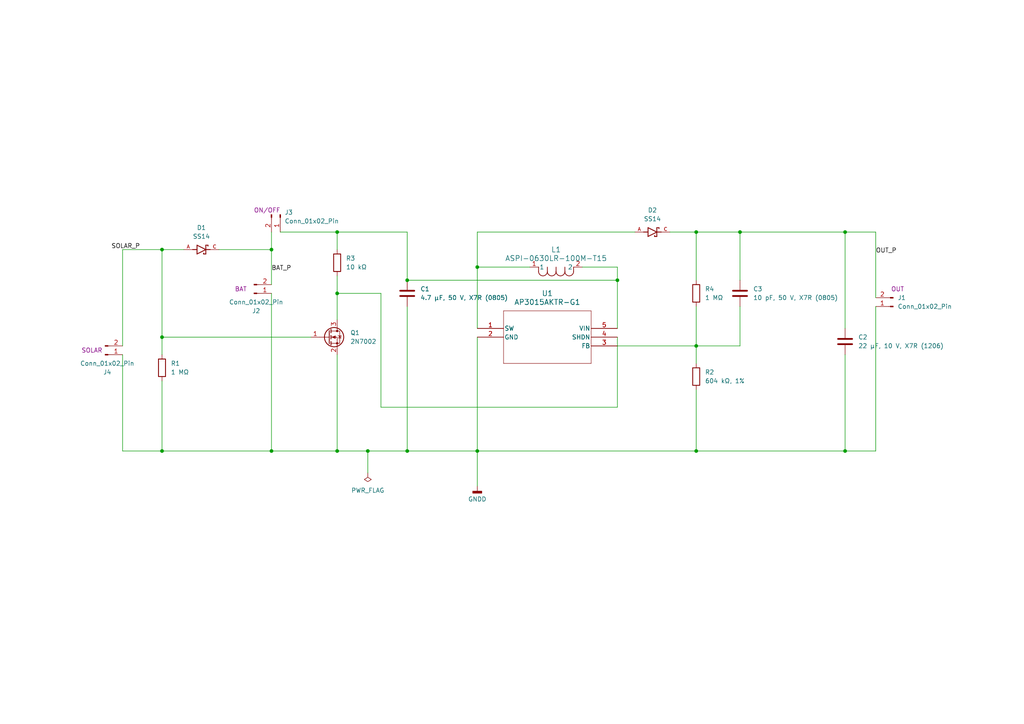
<source format=kicad_sch>
(kicad_sch (version 20250114) (generator "eeschema") (generator_version "9.0")
  (paper "A4")
  (title_block (title "Tiny Solar Supply") (date "2025-06-13") (rev "1"))
  (lib_symbols
    (symbol "AP3015AKTR-G1:AP3015AKTR-G1" (pin_names (offset 0.254))
      (property "Reference" "U1" (at 20.32 10.16 0))
      (property "Value" "AP3015AKTR-G1" (at 20.32 7.62 0))
      (symbol "AP3015AKTR-G1_0_1"
        (polyline (pts (xy 7.62 5.08) (xy 7.62 -10.16)) (stroke (width 0.127)))
        (polyline (pts (xy 7.62 -10.16) (xy 33.02 -10.16)) (stroke (width 0.127)))
        (polyline (pts (xy 33.02 5.08) (xy 7.62 5.08)) (stroke (width 0.127)))
        (polyline (pts (xy 33.02 -10.16) (xy 33.02 5.08)) (stroke (width 0.127)))
        (pin unspecified line (at 0 0 0) (length 7.62) (name "SW") (number "1"))
        (pin unspecified line (at 40.64 0 180) (length 7.62) (name "VIN") (number "5"))
        (pin unspecified line (at 40.64 -2.54 180) (length 7.62) (name "SHDN") (number "4"))
        (pin unspecified line (at 40.64 -5.08 180) (length 7.62) (name "FB") (number "3"))
      )
      (symbol "AP3015AKTR-G1_1_1"
        (pin power_in line (at 0 -2.54 0) (length 7.62) (name "GND") (number "2"))
      )
    )
    (symbol "Connector:Conn_01x02_Pin" (pin_names (offset 1.016) (hide yes))
      (property "Reference" "J" (at 0 2.54 0))
      (property "Value" "Conn_01x02_Pin" (at 0 -5.08 0))
      (symbol "Conn_01x02_Pin_1_1"
        (rectangle (start 0.8636 0.127) (end 0 -0.127) (stroke (width 0.1524)) (fill (type outline)))
        (rectangle (start 0.8636 -2.413) (end 0 -2.667) (stroke (width 0.1524)) (fill (type outline)))
        (polyline (pts (xy 1.27 0) (xy 0.8636 0)) (stroke (width 0.1524)))
        (polyline (pts (xy 1.27 -2.54) (xy 0.8636 -2.54)) (stroke (width 0.1524)))
        (pin passive line (at 5.08 0 180) (length 3.81) (name "Pin_1") (number "1"))
        (pin passive line (at 5.08 -2.54 180) (length 3.81) (name "Pin_2") (number "2"))
      )
    )
    (symbol "Device:C" (pin_numbers (hide yes)) (pin_names (offset 0.254))
      (property "Reference" "C" (at 0.635 2.54 0))
      (property "Value" "C" (at 0.635 -2.54 0))
      (symbol "C_0_1"
        (polyline (pts (xy -2.032 0.762) (xy 2.032 0.762)) (stroke (width 0.508)))
        (polyline (pts (xy -2.032 -0.762) (xy 2.032 -0.762)) (stroke (width 0.508)))
      )
      (symbol "C_1_1"
        (pin passive line (at 0 3.81 270) (length 2.794) (name "~") (number "1"))
        (pin passive line (at 0 -3.81 90) (length 2.794) (name "~") (number "2"))
      )
    )
    (symbol "Device:R" (pin_numbers (hide yes)) (pin_names (offset 0))
      (property "Reference" "R" (at 2.032 0 90))
      (property "Value" "R" (at 0 0 90))
      (symbol "R_0_1"
        (rectangle (start -1.016 -2.54) (end 1.016 2.54) (stroke (width 0.254)))
      )
      (symbol "R_1_1"
        (pin passive line (at 0 3.81 270) (length 1.27) (name "~") (number "1"))
        (pin passive line (at 0 -3.81 90) (length 1.27) (name "~") (number "2"))
      )
    )
    (symbol "SS14:SS14" (pin_names (offset 1.016))
      (property "Reference" "D" (at -5.08 2.54 0))
      (property "Value" "SS14" (at -5.08 -3.81 0))
      (symbol "SS14_0_0"
        (polyline (pts (xy -2.54 0) (xy -1.27 0)) (stroke (width 0.254)))
        (polyline (pts (xy -1.27 1.27) (xy -1.27 0)) (stroke (width 0.254)))
        (polyline (pts (xy -1.27 0) (xy -1.27 -1.27)) (stroke (width 0.254)))
        (polyline (pts (xy -1.27 -1.27) (xy 1.27 0)) (stroke (width 0.254)))
        (polyline (pts (xy 0.635 -1.016) (xy 0.635 -1.27)) (stroke (width 0.254)))
        (polyline (pts (xy 1.27 1.27) (xy 1.27 0)) (stroke (width 0.254)))
        (polyline (pts (xy 1.27 0) (xy -1.27 1.27)) (stroke (width 0.254)))
        (polyline (pts (xy 1.27 0) (xy 1.27 -1.27)) (stroke (width 0.254)))
        (polyline (pts (xy 1.27 -1.27) (xy 0.635 -1.27)) (stroke (width 0.254)))
        (polyline (pts (xy 1.905 1.27) (xy 1.27 1.27)) (stroke (width 0.254)))
        (polyline (pts (xy 1.905 1.27) (xy 1.905 1.016)) (stroke (width 0.254)))
        (polyline (pts (xy 2.54 0) (xy 1.27 0)) (stroke (width 0.254)))
        (pin passive line (at -5.08 0 0) (length 2.54) (name "~") (number "A"))
        (pin passive line (at 5.08 0 180) (length 2.54) (name "~") (number "C"))
      )
    )
    (symbol "Schottky IND_ASPI-0630LR-100M:ASPI-0630LR-100M-T15" (pin_names (offset 0.254))
      (property "Reference" "L1" (at 7.62 -5.08 0))
      (property "Value" "ASPI-0630LR-100M-T15" (at 7.62 -2.54 0))
      (symbol "ASPI-0630LR-100M-T15_1_1"
        (polyline (pts (xy 2.54 0) (xy 2.54 1.27)) (stroke (width 0.2032)))
        (arc (start 2.54 1.27) (mid 3.81 2.5344) (end 5.08 1.27) (stroke (width 0.2032)))
        (polyline (pts (xy 5.08 0) (xy 5.08 1.27)) (stroke (width 0.2032)))
        (arc (start 5.08 1.27) (mid 6.35 2.5344) (end 7.62 1.27) (stroke (width 0.2032)))
        (polyline (pts (xy 7.62 0) (xy 7.62 1.27)) (stroke (width 0.2032)))
        (arc (start 7.62 1.27) (mid 8.89 2.5344) (end 10.16 1.27) (stroke (width 0.2032)))
        (polyline (pts (xy 10.16 0) (xy 10.16 1.27)) (stroke (width 0.2032)))
        (arc (start 10.16 1.27) (mid 11.43 2.5344) (end 12.7 1.27) (stroke (width 0.2032)))
        (polyline (pts (xy 12.7 0) (xy 12.7 1.27)) (stroke (width 0.2032)))
        (pin passive line (at 0 0 0) (length 2.54) (name "2") (number "2"))
        (pin passive line (at 15.24 0 180) (length 2.54) (name "1") (number "1"))
      )
      (symbol "ASPI-0630LR-100M-T15_1_2"
        (arc (start -1.27 10.16) (mid -2.5344 11.43) (end -1.27 12.7) (stroke (width 0.2032)))
        (arc (start -1.27 7.62) (mid -2.5344 8.89) (end -1.27 10.16) (stroke (width 0.2032)))
        (arc (start -1.27 5.08) (mid -2.5344 6.35) (end -1.27 7.62) (stroke (width 0.2032)))
        (arc (start -1.27 2.54) (mid -2.5344 3.81) (end -1.27 5.08) (stroke (width 0.2032)))
        (polyline (pts (xy 0 12.7) (xy -1.27 12.7)) (stroke (width 0.2032)))
        (polyline (pts (xy 0 10.16) (xy -1.27 10.16)) (stroke (width 0.2032)))
        (polyline (pts (xy 0 7.62) (xy -1.27 7.62)) (stroke (width 0.2032)))
        (polyline (pts (xy 0 5.08) (xy -1.27 5.08)) (stroke (width 0.2032)))
        (polyline (pts (xy 0 2.54) (xy -1.27 2.54)) (stroke (width 0.2032)))
        (pin unspecified line (at 0 15.24 270) (length 2.54) (name "1") (number "1"))
        (pin unspecified line (at 0 0 90) (length 2.54) (name "2") (number "2"))
      )
    )
    (symbol "Transistor_FET:2N7002" (pin_names (hide yes))
      (property "Reference" "Q" (at 5.08 1.905 0))
      (property "Value" "2N7002" (at 5.08 0 0))
      (symbol "2N7002_0_1"
        (polyline (pts (xy 0.254 1.905) (xy 0.254 -1.905)) (stroke (width 0.254)))
        (polyline (pts (xy 0.254 0) (xy -2.54 0)))
        (polyline (pts (xy 0.762 2.286) (xy 0.762 1.27)) (stroke (width 0.254)))
        (polyline (pts (xy 0.762 0.508) (xy 0.762 -0.508)) (stroke (width 0.254)))
        (polyline (pts (xy 0.762 -1.27) (xy 0.762 -2.286)) (stroke (width 0.254)))
        (polyline (pts (xy 0.762 -1.778) (xy 3.302 -1.778) (xy 3.302 1.778) (xy 0.762 1.778)))
        (polyline (pts (xy 1.016 0) (xy 2.032 0.381) (xy 2.032 -0.381) (xy 1.016 0)) (fill (type outline)))
        (circle (center 1.651 0) (radius 2.794) (stroke (width 0.254)))
        (polyline (pts (xy 2.54 2.54) (xy 2.54 1.778)))
        (circle (center 2.54 1.778) (radius 0.254) (fill (type outline)))
        (circle (center 2.54 -1.778) (radius 0.254) (fill (type outline)))
        (polyline (pts (xy 2.54 -2.54) (xy 2.54 0) (xy 0.762 0)))
        (polyline (pts (xy 2.794 0.508) (xy 2.921 0.381) (xy 3.683 0.381) (xy 3.81 0.254)))
        (polyline (pts (xy 3.302 0.381) (xy 2.921 -0.254) (xy 3.683 -0.254) (xy 3.302 0.381)))
      )
      (symbol "2N7002_1_1"
        (pin input line (at -5.08 0 0) (length 2.54) (name "G") (number "1"))
        (pin passive line (at 2.54 5.08 270) (length 2.54) (name "D") (number "3"))
        (pin passive line (at 2.54 -5.08 90) (length 2.54) (name "S") (number "2"))
      )
    )
    (symbol "power:GNDD" (power) (pin_numbers (hide yes)) (pin_names (offset 0) (hide yes))
      (property "Value" "GNDD" (at 0 -3.175 0))
      (symbol "GNDD_0_1"
        (rectangle (start -1.27 -1.524) (end 1.27 -2.032) (stroke (width 0.254)) (fill (type outline)))
        (polyline (pts (xy 0 0) (xy 0 -1.524)))
      )
      (symbol "GNDD_1_1"
        (pin power_in line (at 0 0 270) (length 0) (name "~") (number "1"))
      )
    )
    (symbol "power:PWR_FLAG" (power) (pin_numbers (hide yes)) (pin_names (offset 0) (hide yes))
      (property "Value" "PWR_FLAG" (at 0 3.81 0))
      (symbol "PWR_FLAG_0_0"
        (pin power_out line (at 0 0 90) (length 0) (name "~") (number "1"))
      )
      (symbol "PWR_FLAG_0_1"
        (polyline (pts (xy 0 0) (xy 0 1.27) (xy -1.016 1.905) (xy 0 2.54) (xy 1.016 1.905) (xy 0 1.27)))
      )
    )
  )
  (junction (at 118.11 81.28))
  (junction (at 97.79 85.09))
  (junction (at 245.11 67.31))
  (junction (at 97.79 130.81))
  (junction (at 118.11 130.81))
  (junction (at 97.79 67.31))
  (junction (at 46.99 72.39))
  (junction (at 201.93 130.81))
  (junction (at 245.11 130.81))
  (junction (at 46.99 97.79))
  (junction (at 78.74 72.39))
  (junction (at 46.99 130.81))
  (junction (at 138.43 130.81))
  (junction (at 201.93 100.33))
  (junction (at 214.63 67.31))
  (junction (at 201.93 67.31))
  (junction (at 106.68 130.81))
  (junction (at 179.07 81.28))
  (junction (at 138.43 77.47))
  (junction (at 78.74 130.81))
  (wire (pts (xy 201.93 67.31) (xy 201.93 81.28)))
  (wire (pts (xy 110.49 118.11) (xy 110.49 85.09)))
  (wire (pts (xy 118.11 130.81) (xy 106.68 130.81)))
  (wire (pts (xy 46.99 97.79) (xy 46.99 102.87)))
  (wire (pts (xy 97.79 102.87) (xy 97.79 130.81)))
  (wire (pts (xy 53.34 72.39) (xy 46.99 72.39)))
  (wire (pts (xy 254 130.81) (xy 245.11 130.81)))
  (wire (pts (xy 35.56 130.81) (xy 46.99 130.81)))
  (wire (pts (xy 201.93 130.81) (xy 138.43 130.81)))
  (wire (pts (xy 201.93 113.03) (xy 201.93 130.81)))
  (wire (pts (xy 138.43 67.31) (xy 138.43 77.47)))
  (wire (pts (xy 78.74 85.09) (xy 78.74 130.81)))
  (wire (pts (xy 254 67.31) (xy 245.11 67.31)))
  (wire (pts (xy 78.74 130.81) (xy 46.99 130.81)))
  (wire (pts (xy 138.43 77.47) (xy 138.43 95.25)))
  (wire (pts (xy 254 88.9) (xy 254 130.81)))
  (wire (pts (xy 35.56 102.87) (xy 35.56 130.81)))
  (wire (pts (xy 214.63 67.31) (xy 201.93 67.31)))
  (wire (pts (xy 78.74 82.55) (xy 78.74 72.39)))
  (wire (pts (xy 179.07 118.11) (xy 110.49 118.11)))
  (wire (pts (xy 201.93 100.33) (xy 201.93 105.41)))
  (wire (pts (xy 254 86.36) (xy 254 67.31)))
  (wire (pts (xy 46.99 130.81) (xy 46.99 110.49)))
  (wire (pts (xy 35.56 72.39) (xy 46.99 72.39)))
  (wire (pts (xy 118.11 67.31) (xy 97.79 67.31)))
  (wire (pts (xy 46.99 72.39) (xy 46.99 97.79)))
  (wire (pts (xy 179.07 95.25) (xy 179.07 81.28)))
  (wire (pts (xy 118.11 81.28) (xy 118.11 67.31)))
  (wire (pts (xy 118.11 88.9) (xy 118.11 130.81)))
  (wire (pts (xy 106.68 130.81) (xy 97.79 130.81)))
  (wire (pts (xy 81.28 67.31) (xy 97.79 67.31)))
  (wire (pts (xy 138.43 97.79) (xy 138.43 130.81)))
  (wire (pts (xy 78.74 67.31) (xy 78.74 72.39)))
  (wire (pts (xy 138.43 77.47) (xy 153.67 77.47)))
  (wire (pts (xy 245.11 130.81) (xy 201.93 130.81)))
  (wire (pts (xy 194.31 67.31) (xy 201.93 67.31)))
  (wire (pts (xy 138.43 130.81) (xy 138.43 140.97)))
  (wire (pts (xy 46.99 97.79) (xy 90.17 97.79)))
  (wire (pts (xy 35.56 72.39) (xy 35.56 100.33)))
  (wire (pts (xy 97.79 130.81) (xy 78.74 130.81)))
  (wire (pts (xy 138.43 130.81) (xy 118.11 130.81)))
  (wire (pts (xy 97.79 80.01) (xy 97.79 85.09)))
  (wire (pts (xy 179.07 81.28) (xy 179.07 77.47)))
  (wire (pts (xy 179.07 100.33) (xy 201.93 100.33)))
  (wire (pts (xy 184.15 67.31) (xy 138.43 67.31)))
  (wire (pts (xy 179.07 77.47) (xy 168.91 77.47)))
  (wire (pts (xy 245.11 95.25) (xy 245.11 67.31)))
  (wire (pts (xy 106.68 137.16) (xy 106.68 130.81)))
  (wire (pts (xy 179.07 97.79) (xy 179.07 118.11)))
  (wire (pts (xy 214.63 100.33) (xy 214.63 88.9)))
  (wire (pts (xy 201.93 100.33) (xy 214.63 100.33)))
  (wire (pts (xy 201.93 88.9) (xy 201.93 100.33)))
  (wire (pts (xy 97.79 85.09) (xy 97.79 92.71)))
  (wire (pts (xy 97.79 67.31) (xy 97.79 72.39)))
  (wire (pts (xy 110.49 85.09) (xy 97.79 85.09)))
  (wire (pts (xy 245.11 102.87) (xy 245.11 130.81)))
  (wire (pts (xy 63.5 72.39) (xy 78.74 72.39)))
  (wire (pts (xy 245.11 67.31) (xy 214.63 67.31)))
  (wire (pts (xy 118.11 81.28) (xy 179.07 81.28)))
  (wire (pts (xy 214.63 81.28) (xy 214.63 67.31)))
  (label "SOLAR_P" (at 40.64 72.39 180))
  (label "BAT_P" (at 78.74 78.74 0))
  (label "OUT_P" (at 254 73.66 0))
  (symbol (lib_id "Schottky IND_ASPI-0630LR-100M:ASPI-0630LR-100M-T15") (at 168.91 77.47 180) (unit 1)
    (property "Reference" "L1" (at 161.29 72.39 0) (effects (font (size 1.524 1.524))))
    (property "Value" "ASPI-0630LR-100M-T15" (at 161.29 74.93 0) (effects (font (size 1.524 1.524))))
    (property "Footprint" "ASPI-0630LR-100M-T15:IND_ASPI-0630LR_ABR" (effects (hide yes)))
    (property "Datasheet" "ASPI-0630LR-100M-T15" (effects (hide yes)))
  )
  (symbol (lib_id "SS14:SS14") (at 189.23 67.31 0) (unit 1)
    (property "Reference" "D2" (at 189.23 60.96 0))
    (property "Value" "SS14" (at 189.23 63.5 0))
    (property "Footprint" "SS14:DIOM4325X250N" (effects (hide yes)))
    (property "MF" "Taiwan Semiconductor" (effects (hide yes)))
    (property "MAXIMUM_PACKAGE_HEIGHT" "2.5 mm" (effects (hide yes)))
    (property "Package" "SMA-2 Taiwan Semiconductor" (effects (hide yes)))
    (property "Price" "None" (effects (hide yes)))
    (property "Check_prices" "https://www.snapeda.com/parts/SS14/taiwan/view-part/?ref=eda" (effects (hide yes)))
    (property "STANDARD" "IPC-7351B" (effects (hide yes)))
    (property "PARTREV" "O2102" (effects (hide yes)))
    (property "SnapEDA_Link" "https://www.snapeda.com/parts/SS14/taiwan/view-part/?ref=snap" (effects (hide yes)))
    (property "MP" "SS14" (effects (hide yes)))
    (property "Description_1" "1A, 40V, Schottky Rectifier" (effects (hide yes)))
    (property "Availability" "In Stock" (effects (hide yes)))
    (property "MANUFACTURER" "Taiwan Semiconductor" (effects (hide yes)))
  )
  (symbol (lib_id "Device:C") (at 214.63 85.09 0) (unit 1)
    (property "Reference" "C3" (at 218.44 83.8199 0) (effects (justify left)))
    (property "Value" "10 pF, 50 V, X7R (0805)" (at 218.44 86.3599 0) (effects (justify left)))
    (property "Footprint" "Capacitor_SMD:C_0805_2012Metric" (effects (hide yes)))
    (property "Description" "Unpolarized capacitor" (effects (hide yes)))
  )
  (symbol (lib_id "Connector:Conn_01x02_Pin") (at 73.66 85.09 0) (mirror x) (unit 1)
    (property "Reference" "J2" (at 74.295 90.17 0))
    (property "Value" "Conn_01x02_Pin" (at 74.295 87.63 0))
    (property "Footprint" "Connector_PinHeader_2.54mm:PinHeader_1x02_P2.54mm_Vertical" (effects (hide yes)))
    (property "Description" "Generic connector, single row, 01x02, script generated" (effects (hide yes)))
    (property "Short description" "BAT" (at 69.85 83.82 0))
  )
  (symbol (lib_id "SS14:SS14") (at 58.42 72.39 0) (unit 1)
    (property "Reference" "D1" (at 58.42 66.04 0))
    (property "Value" "SS14" (at 58.42 68.58 0))
    (property "Footprint" "SS14:DIOM4325X250N" (effects (hide yes)))
    (property "MF" "Taiwan Semiconductor" (effects (hide yes)))
    (property "MAXIMUM_PACKAGE_HEIGHT" "2.5 mm" (effects (hide yes)))
    (property "Package" "SMA-2 Taiwan Semiconductor" (effects (hide yes)))
    (property "Price" "None" (effects (hide yes)))
    (property "Check_prices" "https://www.snapeda.com/parts/SS14/taiwan/view-part/?ref=eda" (effects (hide yes)))
    (property "STANDARD" "IPC-7351B" (effects (hide yes)))
    (property "PARTREV" "O2102" (effects (hide yes)))
    (property "SnapEDA_Link" "https://www.snapeda.com/parts/SS14/taiwan/view-part/?ref=snap" (effects (hide yes)))
    (property "MP" "SS14" (effects (hide yes)))
    (property "Description_1" "1A, 40V, Schottky Rectifier" (effects (hide yes)))
    (property "Availability" "In Stock" (effects (hide yes)))
    (property "MANUFACTURER" "Taiwan Semiconductor" (effects (hide yes)))
  )
  (symbol (lib_id "Device:R") (at 201.93 85.09 180) (unit 1)
    (property "Reference" "R4" (at 204.47 83.8199 0) (effects (justify right)))
    (property "Value" "1 MΩ" (at 204.47 86.3599 0) (effects (justify right)))
    (property "Footprint" "Resistor_SMD:R_0805_2012Metric" (effects (hide yes)))
    (property "Description" "Resistor" (effects (hide yes)))
  )
  (symbol (lib_id "Connector:Conn_01x02_Pin") (at 30.48 102.87 0) (mirror x) (unit 1)
    (property "Reference" "J4" (at 31.115 107.95 0))
    (property "Value" "Conn_01x02_Pin" (at 31.115 105.41 0))
    (property "Footprint" "Connector_PinHeader_2.54mm:PinHeader_1x02_P2.54mm_Horizontal" (effects (hide yes)))
    (property "Description" "Generic connector, single row, 01x02, script generated" (effects (hide yes)))
    (property "Short description" "SOLAR" (at 26.67 101.6 0))
  )
  (symbol (lib_id "Transistor_FET:2N7002") (at 95.25 97.79 0) (unit 1)
    (property "Reference" "Q1" (at 101.6 96.5199 0) (effects (justify left)))
    (property "Value" "2N7002" (at 101.6 99.0599 0) (effects (justify left)))
    (property "Footprint" "Package_TO_SOT_SMD:SOT-23" (effects (hide yes)))
    (property "Datasheet" "https://www.onsemi.com/pub/Collateral/NDS7002A-D.PDF" (effects (hide yes)))
    (property "Description" "0.115A Id, 60V Vds, N-Channel MOSFET, SOT-23" (effects (hide yes)))
  )
  (symbol (lib_id "Connector:Conn_01x02_Pin") (at 259.08 88.9 180) (unit 1)
    (property "Reference" "J1" (at 260.35 86.3599 0) (effects (justify right)))
    (property "Value" "Conn_01x02_Pin" (at 260.35 88.8999 0) (effects (justify right)))
    (property "Footprint" "Connector_PinHeader_2.54mm:PinHeader_1x02_P2.54mm_Vertical" (effects (hide yes)))
    (property "Description" "Generic connector, single row, 01x02, script generated" (effects (hide yes)))
    (property "Short description" "OUT" (at 260.35 83.82 0))
  )
  (symbol (lib_id "AP3015AKTR-G1:AP3015AKTR-G1") (at 138.43 95.25 0) (unit 1)
    (property "Reference" "U1" (at 158.75 85.09 0) (effects (font (size 1.524 1.524))))
    (property "Value" "AP3015AKTR-G1" (at 158.75 87.63 0) (effects (font (size 1.524 1.524))))
    (property "Footprint" "AP3015AKTR-G1:SOT23-5_1P55X2P9_DIO" (effects (hide yes)))
    (property "Datasheet" "AP3015AKTR-G1" (effects (hide yes)))
  )
  (symbol (lib_id "Device:R") (at 46.99 106.68 0) (unit 1)
    (property "Reference" "R1" (at 49.53 105.4099 0) (effects (justify left)))
    (property "Value" "1 MΩ" (at 49.53 107.9499 0) (effects (justify left)))
    (property "Footprint" "Resistor_SMD:R_0805_2012Metric" (effects (hide yes)))
    (property "Description" "Resistor" (effects (hide yes)))
  )
  (symbol (lib_id "Device:R") (at 97.79 76.2 0) (unit 1)
    (property "Reference" "R3" (at 100.33 74.9299 0) (effects (justify left)))
    (property "Value" "10 kΩ" (at 100.33 77.4699 0) (effects (justify left)))
    (property "Footprint" "Resistor_SMD:R_0805_2012Metric" (effects (hide yes)))
    (property "Description" "Resistor" (effects (hide yes)))
  )
  (symbol (lib_id "Device:C") (at 245.11 99.06 0) (unit 1)
    (property "Reference" "C2" (at 248.92 97.7899 0) (effects (justify left)))
    (property "Value" "22 µF, 10 V, X7R (1206)" (at 248.92 100.3299 0) (effects (justify left)))
    (property "Footprint" "Capacitor_SMD:C_1206_3216Metric" (effects (hide yes)))
    (property "Description" "Unpolarized capacitor" (effects (hide yes)))
  )
  (symbol (lib_id "power:PWR_FLAG") (at 106.68 137.16 180) (unit 1)
    (property "Reference" "#FLG01" (effects (hide yes)))
    (property "Value" "PWR_FLAG" (at 106.68 142.24 0))
    (property "Description" "Special symbol for telling ERC where power comes from" (effects (hide yes)))
  )
  (symbol (lib_id "Device:R") (at 201.93 109.22 0) (unit 1)
    (property "Reference" "R2" (at 204.47 107.9499 0) (effects (justify left)))
    (property "Value" "604 kΩ, 1%" (at 204.47 110.4899 0) (effects (justify left)))
    (property "Footprint" "Resistor_SMD:R_0805_2012Metric" (effects (hide yes)))
    (property "Description" "Resistor" (effects (hide yes)))
  )
  (symbol (lib_id "Device:C") (at 118.11 85.09 0) (unit 1)
    (property "Reference" "C1" (at 121.92 83.8199 0) (effects (justify left)))
    (property "Value" "4.7 µF, 50 V, X7R (0805)" (at 121.92 86.3599 0) (effects (justify left)))
    (property "Footprint" "Capacitor_SMD:C_0805_2012Metric" (effects (hide yes)))
    (property "Description" "Unpolarized capacitor" (effects (hide yes)))
  )
  (symbol (lib_id "power:GNDD") (at 138.43 140.97 0) (unit 1)
    (property "Reference" "#PWR01" (effects (hide yes)))
    (property "Value" "GNDD" (at 138.43 144.78 0))
    (property "Description" "Power symbol creates a global label with name \"GNDD\" , digital ground" (effects (hide yes)))
  )
  (symbol (lib_id "Connector:Conn_01x02_Pin") (at 81.28 62.23 270) (unit 1)
    (property "Reference" "J3" (at 82.55 61.5949 90) (effects (justify left)))
    (property "Value" "Conn_01x02_Pin" (at 82.55 64.1349 90) (effects (justify left)))
    (property "Footprint" "Connector_PinHeader_2.54mm:PinHeader_1x02_P2.54mm_Vertical" (effects (hide yes)))
    (property "Description" "Generic connector, single row, 01x02, script generated" (effects (hide yes)))
    (property "Short description" "ON/OFF" (at 77.47 60.96 90))
  )
)
</source>
